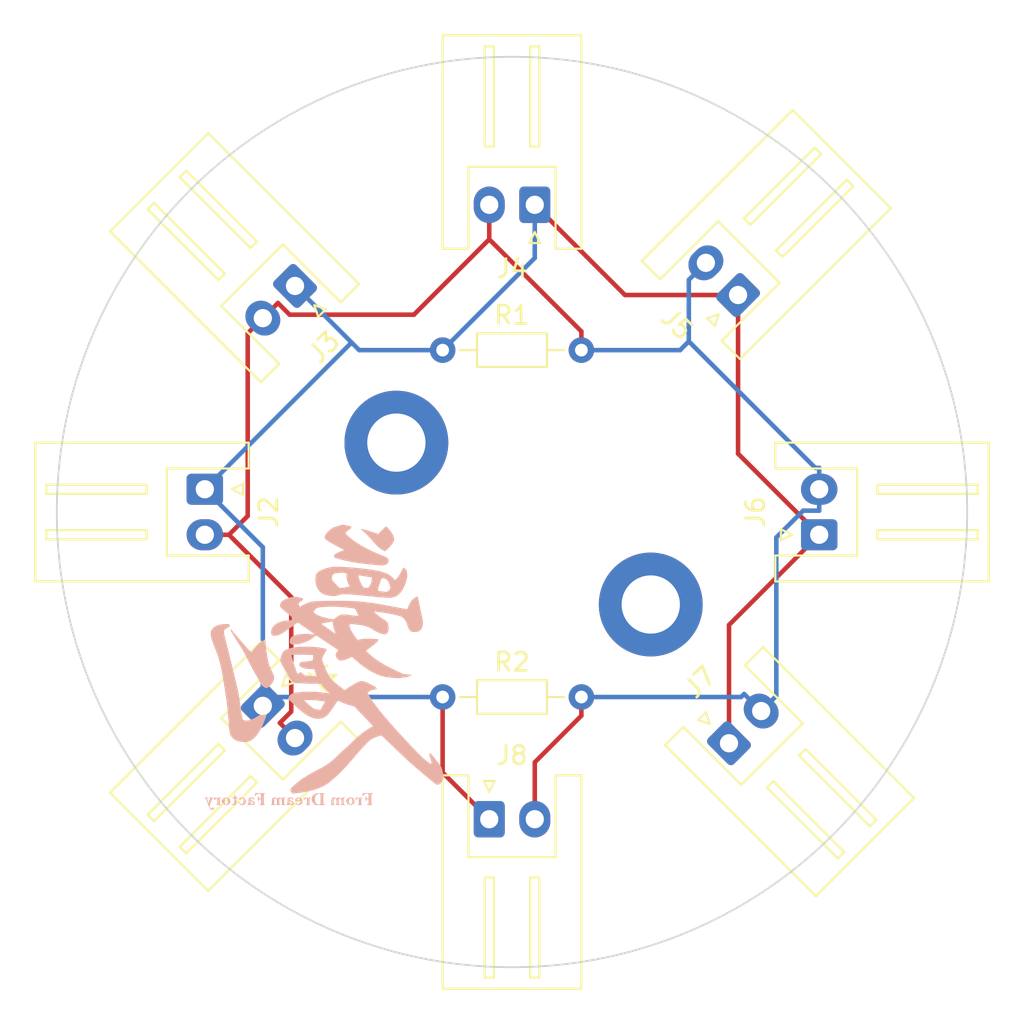
<source format=kicad_pcb>
(kicad_pcb (version 20221018) (generator pcbnew)
  (layers (0 "F.Cu" signal) (31 "B.Cu" signal) (34 "B.Paste" user) (35 "F.Paste" user) (36 "B.SilkS" user "B.Silkscreen") (37 "F.SilkS" user "F.Silkscreen") (38 "B.Mask" user) (39 "F.Mask" user) (44 "Edge.Cuts" user))
  (net 0 "")
  (net 1 "Net-(J1-Pin_1)")
  (net 2 "Net-(J1-Pin_2)")
  (footprint "Connector_JST:JST_XH_S2B-XH-A_1x02_P2.50mm_Horizontal" (layer "F.Cu") (at 138.9166 78.74 45)
    (fp_text reference "J7" (at 1.25 -3.5 45) (layer "F.SilkS"))
    (fp_text value "Conn_01x02_Female")
    (pad "1" thru_hole roundrect (at 0 0 45) (size 1.7 2) (drill 1) (layers "*.Cu" "*.Mask") (roundrect_rratio 0.1470588235) (net 1 "Net-(J1-Pin_1)"))
    (pad "2" thru_hole oval (at 2.5 0 45) (size 1.7 2) (drill 1) (layers "*.Cu" "*.Mask") (net 2 "Net-(J1-Pin_2)"))
  )
  (footprint "MountingHole:MountingHole_3.2mm_M3_ISO7380_Pad" (layer "F.Cu") (at 120.65 62.23)
    (fp_text reference "H1" hide)
    (fp_text value "MountingHole")
    (pad "1" thru_hole circle (at 0 0) (size 5.7 5.7) (drill 3.2) (layers "*.Cu" "*.Mask"))
  )
  (footprint "Connector_JST:JST_XH_S2B-XH-A_1x02_P2.50mm_Horizontal" (layer "F.Cu") (at 128.25 49.17 180)
    (fp_text reference "J4" (at 1.25 -3.5) (layer "F.SilkS"))
    (fp_text value "Conn_01x02_Female")
    (pad "1" thru_hole roundrect (at 0 0 180) (size 1.7 2) (drill 1) (layers "*.Cu" "*.Mask") (roundrect_rratio 0.1470588235) (net 1 "Net-(J1-Pin_1)"))
    (pad "2" thru_hole oval (at 2.5 0 180) (size 1.7 2) (drill 1) (layers "*.Cu" "*.Mask") (net 2 "Net-(J1-Pin_2)"))
  )
  (footprint "Connector_JST:JST_XH_S2B-XH-A_1x02_P2.50mm_Horizontal" (layer "F.Cu") (at 139.4144 54.1234 135)
    (fp_text reference "J5" (at 1.25 -3.5 135) (layer "F.SilkS"))
    (fp_text value "Conn_01x02_Female")
    (pad "1" thru_hole roundrect (at 0 0 135) (size 1.7 2) (drill 1) (layers "*.Cu" "*.Mask") (roundrect_rratio 0.1470588235) (net 1 "Net-(J1-Pin_1)"))
    (pad "2" thru_hole oval (at 2.5 0 135) (size 1.7 2) (drill 1) (layers "*.Cu" "*.Mask") (net 2 "Net-(J1-Pin_2)"))
  )
  (footprint "Connector_JST:JST_XH_S2B-XH-A_1x02_P2.50mm_Horizontal" (layer "F.Cu") (at 125.75 82.91)
    (fp_text reference "J8" (at 1.25 -3.5) (layer "F.SilkS"))
    (fp_text value "Conn_01x02_Female")
    (pad "1" thru_hole roundrect (at 0 0) (size 1.7 2) (drill 1) (layers "*.Cu" "*.Mask") (roundrect_rratio 0.1470588235) (net 1 "Net-(J1-Pin_1)"))
    (pad "2" thru_hole oval (at 2.5 0) (size 1.7 2) (drill 1) (layers "*.Cu" "*.Mask") (net 2 "Net-(J1-Pin_2)"))
  )
  (footprint "Connector_JST:JST_XH_S2B-XH-A_1x02_P2.50mm_Horizontal" (layer "F.Cu") (at 143.87 67.29 90)
    (fp_text reference "J6" (at 1.25 -3.5 90) (layer "F.SilkS"))
    (fp_text value "Conn_01x02_Female")
    (pad "1" thru_hole roundrect (at 0 0 90) (size 1.7 2) (drill 1) (layers "*.Cu" "*.Mask") (roundrect_rratio 0.1470588235) (net 1 "Net-(J1-Pin_1)"))
    (pad "2" thru_hole oval (at 2.5 0 90) (size 1.7 2) (drill 1) (layers "*.Cu" "*.Mask") (net 2 "Net-(J1-Pin_2)"))
  )
  (footprint "Resistor_THT:R_Axial_DIN0204_L3.6mm_D1.6mm_P7.62mm_Horizontal" (layer "F.Cu") (at 123.19 76.2)
    (fp_text reference "R2" (at 3.81 -1.92) (layer "F.SilkS"))
    (fp_text value "R")
    (pad "1" thru_hole circle (at 0 0) (size 1.4 1.4) (drill 0.7) (layers "*.Cu" "*.Mask") (net 1 "Net-(J1-Pin_1)"))
    (pad "2" thru_hole oval (at 7.62 0) (size 1.4 1.4) (drill 0.7) (layers "*.Cu" "*.Mask") (net 2 "Net-(J1-Pin_2)"))
  )
  (footprint "Resistor_THT:R_Axial_DIN0204_L3.6mm_D1.6mm_P7.62mm_Horizontal" (layer "F.Cu") (at 123.19 57.15)
    (fp_text reference "R1" (at 3.81 -1.92) (layer "F.SilkS"))
    (fp_text value "R")
    (pad "1" thru_hole circle (at 0 0) (size 1.4 1.4) (drill 0.7) (layers "*.Cu" "*.Mask") (net 1 "Net-(J1-Pin_1)"))
    (pad "2" thru_hole oval (at 7.62 0) (size 1.4 1.4) (drill 0.7) (layers "*.Cu" "*.Mask") (net 2 "Net-(J1-Pin_2)"))
  )
  (footprint "MountingHole:MountingHole_3.2mm_M3_ISO7380_Pad" (layer "F.Cu") (at 134.62 71.12)
    (fp_text reference "H2" hide)
    (fp_text value "MountingHole")
    (pad "1" thru_hole circle (at 0 0) (size 5.7 5.7) (drill 3.2) (layers "*.Cu" "*.Mask"))
  )
  (footprint "Connector_JST:JST_XH_S2B-XH-A_1x02_P2.50mm_Horizontal" (layer "F.Cu") (at 113.3156 76.6866 -45)
    (fp_text reference "J1" (at 1.25 -3.5 135) (layer "F.SilkS"))
    (fp_text value "Conn_01x02_Female")
    (pad "1" thru_hole roundrect (at 0 0 315) (size 1.7 2) (drill 1) (layers "*.Cu" "*.Mask") (roundrect_rratio 0.1470588235) (net 1 "Net-(J1-Pin_1)"))
    (pad "2" thru_hole oval (at 2.5 0 315) (size 1.7 2) (drill 1) (layers "*.Cu" "*.Mask") (net 2 "Net-(J1-Pin_2)"))
  )
  (footprint "Connector_JST:JST_XH_S2B-XH-A_1x02_P2.50mm_Horizontal" (layer "F.Cu") (at 115.0834 53.6256 -135)
    (fp_text reference "J3" (at 1.25 -3.5 45) (layer "F.SilkS"))
    (fp_text value "Conn_01x02_Female")
    (pad "1" thru_hole roundrect (at 0 0 225) (size 1.7 2) (drill 1) (layers "*.Cu" "*.Mask") (roundrect_rratio 0.1470588235) (net 1 "Net-(J1-Pin_1)"))
    (pad "2" thru_hole oval (at 2.5 0 225) (size 1.7 2) (drill 1) (layers "*.Cu" "*.Mask") (net 2 "Net-(J1-Pin_2)"))
  )
  (footprint "Connector_JST:JST_XH_S2B-XH-A_1x02_P2.50mm_Horizontal" (layer "F.Cu") (at 110.13 64.79 -90)
    (fp_text reference "J2" (at 1.25 -3.5 90) (layer "F.SilkS"))
    (fp_text value "Conn_01x02_Female")
    (pad "1" thru_hole roundrect (at 0 0 270) (size 1.7 2) (drill 1) (layers "*.Cu" "*.Mask") (roundrect_rratio 0.1470588235) (net 1 "Net-(J1-Pin_1)"))
    (pad "2" thru_hole oval (at 2.5 0 270) (size 1.7 2) (drill 1) (layers "*.Cu" "*.Mask") (net 2 "Net-(J1-Pin_2)"))
  )
  (footprint "Musojin_logo:musojin_logo" (layer "B.Cu") (at 118.11 74.93 180)
    (fp_text reference "G***" hide)
    (fp_text value "LOGO" hide)
  )
  (gr_circle (center 127 66.04) (end 152 66.04) (stroke (width 0.1)) (fill none) (layer "Edge.Cuts"))
  (segment (start 143.87 67.29) (end 139.4144 62.8344) (width 0.25) (layer "F.Cu") (net 1))
  (segment (start 138.9166 78.74) (end 138.9166 72.2434) (width 0.25) (layer "F.Cu") (net 1))
  (segment (start 123.19 76.2) (end 123.19 80.35) (width 0.25) (layer "F.Cu") (net 1))
  (segment (start 128.25 49.17) (end 133.2034 54.1234) (width 0.25) (layer "F.Cu") (net 1))
  (segment (start 139.4144 62.8344) (end 139.4144 54.1234) (width 0.25) (layer "F.Cu") (net 1))
  (segment (start 133.2034 54.1234) (end 139.4144 54.1234) (width 0.25) (layer "F.Cu") (net 1))
  (segment (start 123.19 80.35) (end 125.75 82.91) (width 0.25) (layer "F.Cu") (net 1))
  (segment (start 138.9166 72.2434) (end 143.87 67.29) (width 0.25) (layer "F.Cu") (net 1))
  (segment (start 113.3156 76.2) (end 123.19 76.2) (width 0.25) (layer "B.Cu") (net 1))
  (segment (start 110.13 64.79) (end 113.3156 67.9756) (width 0.25) (layer "B.Cu") (net 1))
  (segment (start 128.25 52.09) (end 123.19 57.15) (width 0.25) (layer "B.Cu") (net 1))
  (segment (start 118.1889 56.7311) (end 110.13 64.79) (width 0.25) (layer "B.Cu") (net 1))
  (segment (start 113.3156 67.9756) (end 113.3156 76.2) (width 0.25) (layer "B.Cu") (net 1))
  (segment (start 123.19 57.15) (end 118.6078 57.15) (width 0.25) (layer "B.Cu") (net 1))
  (segment (start 113.3156 76.2) (end 113.3156 76.6866) (width 0.25) (layer "B.Cu") (net 1))
  (segment (start 128.25 49.17) (end 128.25 52.09) (width 0.25) (layer "B.Cu") (net 1))
  (segment (start 118.1889 56.7311) (end 115.0834 53.6256) (width 0.25) (layer "B.Cu") (net 1))
  (segment (start 118.6078 57.15) (end 118.1889 56.7311) (width 0.25) (layer "B.Cu") (net 1))
  (segment (start 125.75 51.0647) (end 125.75 49.17) (width 0.25) (layer "F.Cu") (net 2))
  (segment (start 114.2524 77.6233) (end 114.8756 77.0001) (width 0.25) (layer "F.Cu") (net 2))
  (segment (start 115.0834 78.4544) (end 114.2524 77.6233) (width 0.25) (layer "F.Cu") (net 2))
  (segment (start 114.8756 70.7103) (end 111.4553 67.29) (width 0.25) (layer "F.Cu") (net 2))
  (segment (start 110.13 67.29) (end 111.4553 67.29) (width 0.25) (layer "F.Cu") (net 2))
  (segment (start 130.81 76.2) (end 130.81 77.2253) (width 0.25) (layer "F.Cu") (net 2))
  (segment (start 114.7874 55.2031) (end 114.1467 54.5623) (width 0.25) (layer "F.Cu") (net 2))
  (segment (start 113.3156 55.3934) (end 112.4846 56.2244) (width 0.25) (layer "F.Cu") (net 2))
  (segment (start 130.81 77.2253) (end 128.25 79.7853) (width 0.25) (layer "F.Cu") (net 2))
  (segment (start 112.4846 66.2607) (end 112.4846 56.2244) (width 0.25) (layer "F.Cu") (net 2))
  (segment (start 125.75 51.0647) (end 121.6116 55.2031) (width 0.25) (layer "F.Cu") (net 2))
  (segment (start 128.25 79.7853) (end 128.25 82.91) (width 0.25) (layer "F.Cu") (net 2))
  (segment (start 121.6116 55.2031) (end 114.7874 55.2031) (width 0.25) (layer "F.Cu") (net 2))
  (segment (start 130.81 56.1247) (end 125.75 51.0647) (width 0.25) (layer "F.Cu") (net 2))
  (segment (start 111.4553 67.29) (end 112.4846 66.2607) (width 0.25) (layer "F.Cu") (net 2))
  (segment (start 113.3156 55.3934) (end 114.1467 54.5623) (width 0.25) (layer "F.Cu") (net 2))
  (segment (start 130.81 57.15) (end 130.81 56.1247) (width 0.25) (layer "F.Cu") (net 2))
  (segment (start 114.8756 77.0001) (end 114.8756 70.7103) (width 0.25) (layer "F.Cu") (net 2))
  (segment (start 137.6466 52.3556) (end 136.7095 53.2927) (width 0.25) (layer "B.Cu") (net 2))
  (segment (start 139.5824 76.2) (end 139.7473 76.0351) (width 0.25) (layer "B.Cu") (net 2))
  (segment (start 136.23 57.15) (end 136.7095 56.6705) (width 0.25) (layer "B.Cu") (net 2))
  (segment (start 141.5154 67.4384) (end 141.5154 76.1412) (width 0.25) (layer "B.Cu") (net 2))
  (segment (start 140.6844 76.9722) (end 139.7473 76.0351) (width 0.25) (layer "B.Cu") (net 2))
  (segment (start 130.81 76.2) (end 139.5824 76.2) (width 0.25) (layer "B.Cu") (net 2))
  (segment (start 136.7095 56.6705) (end 143.6537 63.6147) (width 0.25) (layer "B.Cu") (net 2))
  (segment (start 143.87 64.79) (end 143.87 65.9653) (width 0.25) (layer "B.Cu") (net 2))
  (segment (start 143.87 65.9653) (end 142.9885 65.9653) (width 0.25) (layer "B.Cu") (net 2))
  (segment (start 142.9885 65.9653) (end 141.5154 67.4384) (width 0.25) (layer "B.Cu") (net 2))
  (segment (start 140.6844 76.9722) (end 141.5154 76.1412) (width 0.25) (layer "B.Cu") (net 2))
  (segment (start 136.7095 56.6705) (end 136.7095 53.2927) (width 0.25) (layer "B.Cu") (net 2))
  (segment (start 130.81 57.15) (end 131.3227 57.15) (width 0.25) (layer "B.Cu") (net 2))
  (segment (start 143.87 64.79) (end 143.87 63.6147) (width 0.25) (layer "B.Cu") (net 2))
  (segment (start 143.6537 63.6147) (end 143.87 63.6147) (width 0.25) (layer "B.Cu") (net 2))
  (segment (start 131.3227 57.15) (end 136.23 57.15) (width 0.25) (layer "B.Cu") (net 2))
)
</source>
